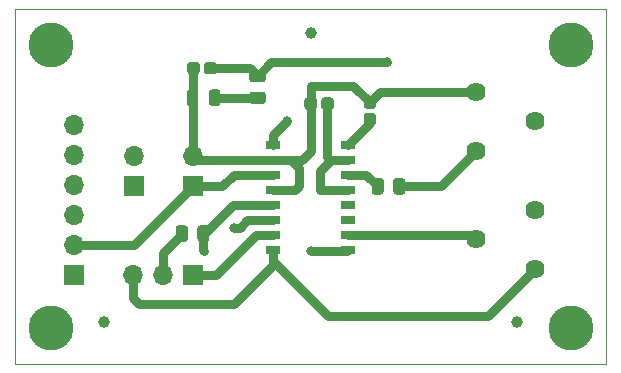
<source format=gbr>
%TF.GenerationSoftware,KiCad,Pcbnew,5.1.10-88a1d61d58~90~ubuntu20.04.1*%
%TF.CreationDate,2021-10-12T23:28:00-03:00*%
%TF.ProjectId,SG3525_Rev01,53473335-3235-45f5-9265-7630312e6b69,0.0.0.1*%
%TF.SameCoordinates,Original*%
%TF.FileFunction,Copper,L1,Top*%
%TF.FilePolarity,Positive*%
%FSLAX46Y46*%
G04 Gerber Fmt 4.6, Leading zero omitted, Abs format (unit mm)*
G04 Created by KiCad (PCBNEW 5.1.10-88a1d61d58~90~ubuntu20.04.1) date 2021-10-12 23:28:00*
%MOMM*%
%LPD*%
G01*
G04 APERTURE LIST*
%TA.AperFunction,Profile*%
%ADD10C,0.100000*%
%TD*%
%TA.AperFunction,SMDPad,CuDef*%
%ADD11C,1.000000*%
%TD*%
%TA.AperFunction,ComponentPad*%
%ADD12C,3.800000*%
%TD*%
%TA.AperFunction,ComponentPad*%
%ADD13R,1.700000X1.700000*%
%TD*%
%TA.AperFunction,ComponentPad*%
%ADD14O,1.700000X1.700000*%
%TD*%
%TA.AperFunction,ComponentPad*%
%ADD15C,1.620000*%
%TD*%
%TA.AperFunction,SMDPad,CuDef*%
%ADD16R,1.300000X0.800000*%
%TD*%
%TA.AperFunction,ViaPad*%
%ADD17C,0.800000*%
%TD*%
%TA.AperFunction,Conductor*%
%ADD18C,0.800000*%
%TD*%
G04 APERTURE END LIST*
D10*
X173000000Y-82000000D02*
X173000000Y-112000000D01*
X123000000Y-82000000D02*
X173000000Y-82000000D01*
X123000000Y-112000000D02*
X123000000Y-82000000D01*
X173000000Y-112000000D02*
X123000000Y-112000000D01*
%TO.P,C1,1*%
%TO.N,VCC*%
%TA.AperFunction,SMDPad,CuDef*%
G36*
G01*
X140037500Y-86724900D02*
X140037500Y-87275100D01*
G75*
G02*
X139787600Y-87525000I-249900J0D01*
G01*
X139212400Y-87525000D01*
G75*
G02*
X138962500Y-87275100I0J249900D01*
G01*
X138962500Y-86724900D01*
G75*
G02*
X139212400Y-86475000I249900J0D01*
G01*
X139787600Y-86475000D01*
G75*
G02*
X140037500Y-86724900I0J-249900D01*
G01*
G37*
%TD.AperFunction*%
%TO.P,C1,2*%
%TO.N,GND*%
%TA.AperFunction,SMDPad,CuDef*%
G36*
G01*
X138612500Y-86724900D02*
X138612500Y-87275100D01*
G75*
G02*
X138362600Y-87525000I-249900J0D01*
G01*
X137787400Y-87525000D01*
G75*
G02*
X137537500Y-87275100I0J249900D01*
G01*
X137537500Y-86724900D01*
G75*
G02*
X137787400Y-86475000I249900J0D01*
G01*
X138362600Y-86475000D01*
G75*
G02*
X138612500Y-86724900I0J-249900D01*
G01*
G37*
%TD.AperFunction*%
%TD*%
%TO.P,C2,2*%
%TO.N,GND*%
%TA.AperFunction,SMDPad,CuDef*%
G36*
G01*
X148537500Y-89724999D02*
X148537500Y-90275001D01*
G75*
G02*
X148287501Y-90525000I-249999J0D01*
G01*
X147712499Y-90525000D01*
G75*
G02*
X147462500Y-90275001I0J249999D01*
G01*
X147462500Y-89724999D01*
G75*
G02*
X147712499Y-89475000I249999J0D01*
G01*
X148287501Y-89475000D01*
G75*
G02*
X148537500Y-89724999I0J-249999D01*
G01*
G37*
%TD.AperFunction*%
%TO.P,C2,1*%
%TO.N,Net-(C2-Pad1)*%
%TA.AperFunction,SMDPad,CuDef*%
G36*
G01*
X149962500Y-89724999D02*
X149962500Y-90275001D01*
G75*
G02*
X149712501Y-90525000I-249999J0D01*
G01*
X149137499Y-90525000D01*
G75*
G02*
X148887500Y-90275001I0J249999D01*
G01*
X148887500Y-89724999D01*
G75*
G02*
X149137499Y-89475000I249999J0D01*
G01*
X149712501Y-89475000D01*
G75*
G02*
X149962500Y-89724999I0J-249999D01*
G01*
G37*
%TD.AperFunction*%
%TD*%
%TO.P,C3,1*%
%TO.N,Net-(C3-Pad1)*%
%TA.AperFunction,SMDPad,CuDef*%
G36*
G01*
X153275001Y-91862500D02*
X152724999Y-91862500D01*
G75*
G02*
X152475000Y-91612501I0J249999D01*
G01*
X152475000Y-91037499D01*
G75*
G02*
X152724999Y-90787500I249999J0D01*
G01*
X153275001Y-90787500D01*
G75*
G02*
X153525000Y-91037499I0J-249999D01*
G01*
X153525000Y-91612501D01*
G75*
G02*
X153275001Y-91862500I-249999J0D01*
G01*
G37*
%TD.AperFunction*%
%TO.P,C3,2*%
%TO.N,GND*%
%TA.AperFunction,SMDPad,CuDef*%
G36*
G01*
X153275001Y-90437500D02*
X152724999Y-90437500D01*
G75*
G02*
X152475000Y-90187501I0J249999D01*
G01*
X152475000Y-89612499D01*
G75*
G02*
X152724999Y-89362500I249999J0D01*
G01*
X153275001Y-89362500D01*
G75*
G02*
X153525000Y-89612499I0J-249999D01*
G01*
X153525000Y-90187501D01*
G75*
G02*
X153275001Y-90437500I-249999J0D01*
G01*
G37*
%TD.AperFunction*%
%TD*%
%TO.P,D1,1*%
%TO.N,GND*%
%TA.AperFunction,SMDPad,CuDef*%
G36*
G01*
X137512500Y-89956250D02*
X137512500Y-89043750D01*
G75*
G02*
X137756250Y-88800000I243750J0D01*
G01*
X138243750Y-88800000D01*
G75*
G02*
X138487500Y-89043750I0J-243750D01*
G01*
X138487500Y-89956250D01*
G75*
G02*
X138243750Y-90200000I-243750J0D01*
G01*
X137756250Y-90200000D01*
G75*
G02*
X137512500Y-89956250I0J243750D01*
G01*
G37*
%TD.AperFunction*%
%TO.P,D1,2*%
%TO.N,Net-(D1-Pad2)*%
%TA.AperFunction,SMDPad,CuDef*%
G36*
G01*
X139387500Y-89956250D02*
X139387500Y-89043750D01*
G75*
G02*
X139631250Y-88800000I243750J0D01*
G01*
X140118750Y-88800000D01*
G75*
G02*
X140362500Y-89043750I0J-243750D01*
G01*
X140362500Y-89956250D01*
G75*
G02*
X140118750Y-90200000I-243750J0D01*
G01*
X139631250Y-90200000D01*
G75*
G02*
X139387500Y-89956250I0J243750D01*
G01*
G37*
%TD.AperFunction*%
%TD*%
D11*
%TO.P,FID1,*%
%TO.N,*%
X148000000Y-84000000D03*
%TD*%
%TO.P,FID2,*%
%TO.N,*%
X130500000Y-108500000D03*
%TD*%
%TO.P,FID3,*%
%TO.N,*%
X165500000Y-108500000D03*
%TD*%
D12*
%TO.P,H1,1*%
%TO.N,N/C*%
X126000000Y-109000000D03*
%TD*%
%TO.P,H2,1*%
%TO.N,N/C*%
X170000000Y-109000000D03*
%TD*%
%TO.P,H3,1*%
%TO.N,N/C*%
X170000000Y-85000000D03*
%TD*%
%TO.P,H4,1*%
%TO.N,N/C*%
X126000000Y-85000000D03*
%TD*%
D13*
%TO.P,J1,1*%
%TO.N,VCC*%
X128000000Y-104500000D03*
D14*
%TO.P,J1,2*%
%TO.N,/OPA*%
X128000000Y-101960000D03*
%TO.P,J1,3*%
%TO.N,/PWM*%
X128000000Y-99420000D03*
%TO.P,J1,4*%
%TO.N,/OPB*%
X128000000Y-96880000D03*
%TO.P,J1,5*%
%TO.N,GND*%
X128000000Y-94340000D03*
%TO.P,J1,6*%
X128000000Y-91800000D03*
%TD*%
%TO.P,JP1,2*%
%TO.N,GND*%
X133000000Y-94460000D03*
D13*
%TO.P,JP1,1*%
%TO.N,/OPB*%
X133000000Y-97000000D03*
%TD*%
%TO.P,JP2,1*%
%TO.N,VCC*%
X138000000Y-104500000D03*
D14*
%TO.P,JP2,2*%
%TO.N,Net-(JP2-Pad2)*%
X135460000Y-104500000D03*
%TO.P,JP2,3*%
%TO.N,/VREF*%
X132920000Y-104500000D03*
%TD*%
D13*
%TO.P,JP3,1*%
%TO.N,/OPA*%
X138000000Y-97000000D03*
D14*
%TO.P,JP3,2*%
%TO.N,GND*%
X138000000Y-94460000D03*
%TD*%
%TO.P,R1,1*%
%TO.N,VCC*%
%TA.AperFunction,SMDPad,CuDef*%
G36*
G01*
X143049999Y-87162500D02*
X143950001Y-87162500D01*
G75*
G02*
X144200000Y-87412499I0J-249999D01*
G01*
X144200000Y-87937501D01*
G75*
G02*
X143950001Y-88187500I-249999J0D01*
G01*
X143049999Y-88187500D01*
G75*
G02*
X142800000Y-87937501I0J249999D01*
G01*
X142800000Y-87412499D01*
G75*
G02*
X143049999Y-87162500I249999J0D01*
G01*
G37*
%TD.AperFunction*%
%TO.P,R1,2*%
%TO.N,Net-(D1-Pad2)*%
%TA.AperFunction,SMDPad,CuDef*%
G36*
G01*
X143049999Y-88987500D02*
X143950001Y-88987500D01*
G75*
G02*
X144200000Y-89237499I0J-249999D01*
G01*
X144200000Y-89762501D01*
G75*
G02*
X143950001Y-90012500I-249999J0D01*
G01*
X143049999Y-90012500D01*
G75*
G02*
X142800000Y-89762501I0J249999D01*
G01*
X142800000Y-89237499D01*
G75*
G02*
X143049999Y-88987500I249999J0D01*
G01*
G37*
%TD.AperFunction*%
%TD*%
%TO.P,R2,1*%
%TO.N,Net-(R2-Pad1)*%
%TA.AperFunction,SMDPad,CuDef*%
G36*
G01*
X153162500Y-97450001D02*
X153162500Y-96549999D01*
G75*
G02*
X153412499Y-96300000I249999J0D01*
G01*
X153937501Y-96300000D01*
G75*
G02*
X154187500Y-96549999I0J-249999D01*
G01*
X154187500Y-97450001D01*
G75*
G02*
X153937501Y-97700000I-249999J0D01*
G01*
X153412499Y-97700000D01*
G75*
G02*
X153162500Y-97450001I0J249999D01*
G01*
G37*
%TD.AperFunction*%
%TO.P,R2,2*%
%TO.N,Net-(R2-Pad2)*%
%TA.AperFunction,SMDPad,CuDef*%
G36*
G01*
X154987500Y-97450001D02*
X154987500Y-96549999D01*
G75*
G02*
X155237499Y-96300000I249999J0D01*
G01*
X155762501Y-96300000D01*
G75*
G02*
X156012500Y-96549999I0J-249999D01*
G01*
X156012500Y-97450001D01*
G75*
G02*
X155762501Y-97700000I-249999J0D01*
G01*
X155237499Y-97700000D01*
G75*
G02*
X154987500Y-97450001I0J249999D01*
G01*
G37*
%TD.AperFunction*%
%TD*%
%TO.P,R3,2*%
%TO.N,Net-(JP2-Pad2)*%
%TA.AperFunction,SMDPad,CuDef*%
G36*
G01*
X137600000Y-100549999D02*
X137600000Y-101450001D01*
G75*
G02*
X137350001Y-101700000I-249999J0D01*
G01*
X136824999Y-101700000D01*
G75*
G02*
X136575000Y-101450001I0J249999D01*
G01*
X136575000Y-100549999D01*
G75*
G02*
X136824999Y-100300000I249999J0D01*
G01*
X137350001Y-100300000D01*
G75*
G02*
X137600000Y-100549999I0J-249999D01*
G01*
G37*
%TD.AperFunction*%
%TO.P,R3,1*%
%TO.N,/PWM*%
%TA.AperFunction,SMDPad,CuDef*%
G36*
G01*
X139425000Y-100549999D02*
X139425000Y-101450001D01*
G75*
G02*
X139175001Y-101700000I-249999J0D01*
G01*
X138649999Y-101700000D01*
G75*
G02*
X138400000Y-101450001I0J249999D01*
G01*
X138400000Y-100549999D01*
G75*
G02*
X138649999Y-100300000I249999J0D01*
G01*
X139175001Y-100300000D01*
G75*
G02*
X139425000Y-100549999I0J-249999D01*
G01*
G37*
%TD.AperFunction*%
%TD*%
D15*
%TO.P,RV1,1*%
%TO.N,GND*%
X167000000Y-99000000D03*
%TO.P,RV1,2*%
%TO.N,Net-(RV1-Pad2)*%
X162000000Y-101500000D03*
%TO.P,RV1,3*%
%TO.N,/VREF*%
X167000000Y-104000000D03*
%TD*%
%TO.P,RV2,3*%
%TO.N,GND*%
X162000000Y-89000000D03*
%TO.P,RV2,2*%
X167000000Y-91500000D03*
%TO.P,RV2,1*%
%TO.N,Net-(R2-Pad2)*%
X162000000Y-94000000D03*
%TD*%
D16*
%TO.P,U1,16*%
%TO.N,/VREF*%
X144850000Y-102390000D03*
%TO.P,U1,15*%
%TO.N,VCC*%
X144850000Y-101110000D03*
%TO.P,U1,14*%
%TO.N,/OPB*%
X144850000Y-99850000D03*
%TO.P,U1,13*%
%TO.N,/PWM*%
X144850000Y-98580000D03*
%TO.P,U1,12*%
%TO.N,GND*%
X144850000Y-97300000D03*
%TO.P,U1,11*%
%TO.N,/OPA*%
X144850000Y-96030000D03*
%TO.P,U1,10*%
%TO.N,GND*%
X144850000Y-94770000D03*
%TO.P,U1,9*%
%TO.N,Net-(U1-Pad1)*%
X144850000Y-93490000D03*
%TO.P,U1,8*%
%TO.N,Net-(C3-Pad1)*%
X151150000Y-93490000D03*
%TO.P,U1,7*%
%TO.N,Net-(C2-Pad1)*%
X151150000Y-94770000D03*
%TO.P,U1,6*%
%TO.N,Net-(R2-Pad1)*%
X151150000Y-96030000D03*
%TO.P,U1,5*%
%TO.N,Net-(C2-Pad1)*%
X151150000Y-97300000D03*
%TO.P,U1,4*%
%TO.N,Net-(U1-Pad4)*%
X151150000Y-98580000D03*
%TO.P,U1,3*%
%TO.N,Net-(U1-Pad3)*%
X151150000Y-99850000D03*
%TO.P,U1,2*%
%TO.N,Net-(RV1-Pad2)*%
X151150000Y-101110000D03*
%TO.P,U1,1*%
%TO.N,Net-(U1-Pad1)*%
X151150000Y-102390000D03*
%TD*%
D17*
%TO.N,VCC*%
X154500000Y-86500000D03*
%TO.N,/PWM*%
X139000000Y-102500000D03*
%TO.N,/OPB*%
X141500000Y-100500000D03*
X133000000Y-97000000D03*
%TO.N,Net-(U1-Pad1)*%
X146000000Y-91500000D03*
X148000000Y-102500000D03*
%TD*%
D18*
%TO.N,VCC*%
X142825000Y-87000000D02*
X143500000Y-87675000D01*
X139500000Y-87000000D02*
X142825000Y-87000000D01*
X138000000Y-104500000D02*
X140000000Y-104500000D01*
X143390000Y-101110000D02*
X144850000Y-101110000D01*
X140000000Y-104500000D02*
X143390000Y-101110000D01*
X144675000Y-86500000D02*
X154500000Y-86500000D01*
X143500000Y-87675000D02*
X144675000Y-86500000D01*
%TO.N,GND*%
X138075000Y-89425000D02*
X138000000Y-89500000D01*
X138075000Y-87000000D02*
X138075000Y-89425000D01*
X148000000Y-90000000D02*
X148000000Y-88500000D01*
X151600000Y-88500000D02*
X153000000Y-89900000D01*
X148000000Y-88500000D02*
X151600000Y-88500000D01*
X145700002Y-94770000D02*
X144850000Y-94770000D01*
X153900000Y-89000000D02*
X153000000Y-89900000D01*
X162000000Y-89000000D02*
X153900000Y-89000000D01*
X138000000Y-94460000D02*
X138000000Y-89500000D01*
X138310000Y-94770000D02*
X144850000Y-94770000D01*
X138000000Y-94460000D02*
X138310000Y-94770000D01*
X144850000Y-97300000D02*
X146700000Y-97300000D01*
X146700000Y-97300000D02*
X147000000Y-97000000D01*
X146300000Y-94770000D02*
X144850000Y-94770000D01*
X147000000Y-95470000D02*
X146300000Y-94770000D01*
X147000000Y-97000000D02*
X147000000Y-95470000D01*
X147230000Y-94770000D02*
X144850000Y-94770000D01*
X148000000Y-94000000D02*
X147230000Y-94770000D01*
X148000000Y-90000000D02*
X148000000Y-94000000D01*
%TO.N,Net-(C2-Pad1)*%
X151150000Y-97300000D02*
X148800000Y-97300000D01*
X148800000Y-95670000D02*
X149700000Y-94770000D01*
X148800000Y-97300000D02*
X148800000Y-95670000D01*
X149700000Y-94770000D02*
X151150000Y-94770000D01*
X149425000Y-94495000D02*
X149700000Y-94770000D01*
X149425000Y-90000000D02*
X149425000Y-94495000D01*
%TO.N,Net-(C3-Pad1)*%
X153000000Y-91640000D02*
X151150000Y-93490000D01*
X153000000Y-91325000D02*
X153000000Y-91640000D01*
%TO.N,Net-(D1-Pad2)*%
X143500000Y-89500000D02*
X139875000Y-89500000D01*
%TO.N,/OPA*%
X133040000Y-101960000D02*
X138000000Y-97000000D01*
X128000000Y-101960000D02*
X133040000Y-101960000D01*
X144850000Y-96030000D02*
X141470000Y-96030000D01*
X140500000Y-97000000D02*
X138000000Y-97000000D01*
X141470000Y-96030000D02*
X140500000Y-97000000D01*
%TO.N,/PWM*%
X138912500Y-101000000D02*
X139000000Y-101000000D01*
X141420000Y-98580000D02*
X144850000Y-98580000D01*
X139000000Y-101000000D02*
X141420000Y-98580000D01*
X138912500Y-102412500D02*
X139000000Y-102500000D01*
X138912500Y-101000000D02*
X138912500Y-102412500D01*
%TO.N,/OPB*%
X144850000Y-99850000D02*
X142650000Y-99850000D01*
X142000000Y-100500000D02*
X141500000Y-100500000D01*
X142650000Y-99850000D02*
X142000000Y-100500000D01*
%TO.N,Net-(JP2-Pad2)*%
X135460000Y-102627500D02*
X137087500Y-101000000D01*
X135460000Y-104500000D02*
X135460000Y-102627500D01*
%TO.N,/VREF*%
X144850000Y-103650000D02*
X141500000Y-107000000D01*
X141500000Y-107000000D02*
X133500000Y-107000000D01*
X132920000Y-106420000D02*
X132920000Y-104500000D01*
X133500000Y-107000000D02*
X132920000Y-106420000D01*
X167000000Y-104000000D02*
X163000000Y-108000000D01*
X149500000Y-108000000D02*
X144850000Y-103350000D01*
X163000000Y-108000000D02*
X149500000Y-108000000D01*
X144850000Y-103350000D02*
X144850000Y-103650000D01*
X144850000Y-102390000D02*
X144850000Y-103350000D01*
%TO.N,Net-(R2-Pad1)*%
X152705000Y-96030000D02*
X151150000Y-96030000D01*
X153675000Y-97000000D02*
X152705000Y-96030000D01*
%TO.N,Net-(R2-Pad2)*%
X162000000Y-94000000D02*
X159000000Y-97000000D01*
X159000000Y-97000000D02*
X155500000Y-97000000D01*
%TO.N,Net-(RV1-Pad2)*%
X161610000Y-101110000D02*
X151150000Y-101110000D01*
X162000000Y-101500000D02*
X161610000Y-101110000D01*
%TO.N,Net-(U1-Pad1)*%
X151040000Y-102500000D02*
X151150000Y-102390000D01*
X148000000Y-102500000D02*
X151040000Y-102500000D01*
X144850000Y-92650000D02*
X146000000Y-91500000D01*
X144850000Y-93490000D02*
X144850000Y-92650000D01*
%TD*%
M02*

</source>
